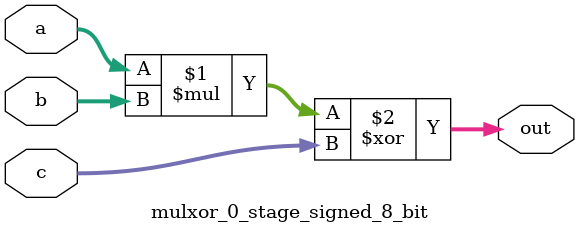
<source format=sv>
(* use_dsp = "yes" *) module mulxor_0_stage_signed_8_bit(
	input signed [7:0] a,
	input signed [7:0] b,
	input signed [7:0] c,
	output [7:0] out
	);

	assign out = (a * b) ^ c;
endmodule

</source>
